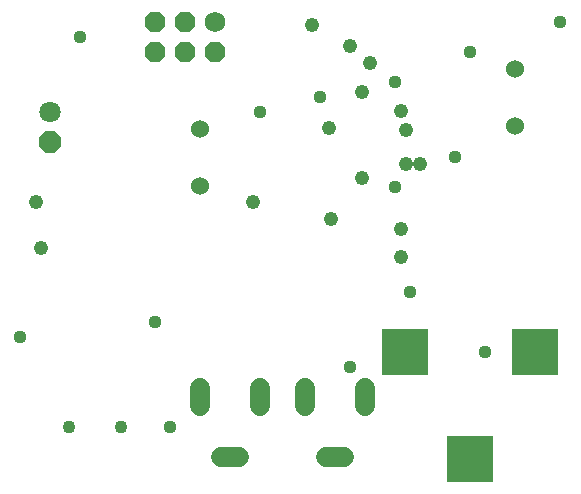
<source format=gbs>
G75*
G70*
%OFA0B0*%
%FSLAX24Y24*%
%IPPOS*%
%LPD*%
%AMOC8*
5,1,8,0,0,1.08239X$1,22.5*
%
%ADD10C,0.0600*%
%ADD11C,0.0680*%
%ADD12OC8,0.0680*%
%ADD13OC8,0.0710*%
%ADD14C,0.0710*%
%ADD15C,0.0434*%
%ADD16C,0.0680*%
%ADD17R,0.1580X0.1580*%
%ADD18C,0.0440*%
%ADD19C,0.0480*%
D10*
X007181Y012636D03*
X007181Y014536D03*
X017681Y014636D03*
X017681Y016536D03*
D11*
X007681Y018086D03*
D12*
X006681Y018086D03*
X005681Y018086D03*
X005681Y017086D03*
X006681Y017086D03*
X007681Y017086D03*
D13*
X002181Y014086D03*
D14*
X002181Y015086D03*
D15*
X002815Y004586D03*
X004548Y004586D03*
D16*
X007181Y005286D02*
X007181Y005886D01*
X009181Y005886D02*
X009181Y005286D01*
X010681Y005286D02*
X010681Y005886D01*
X012681Y005886D02*
X012681Y005286D01*
X011981Y003586D02*
X011381Y003586D01*
X008481Y003586D02*
X007881Y003586D01*
D17*
X014016Y007086D03*
X016181Y003543D03*
X018347Y007086D03*
D18*
X016681Y007086D03*
X014181Y009086D03*
X012181Y006586D03*
X006181Y004586D03*
X005681Y008086D03*
X001181Y007586D03*
X009181Y015086D03*
X011181Y015586D03*
X013681Y016086D03*
X016181Y017086D03*
X019181Y018086D03*
X015681Y013586D03*
X013681Y012586D03*
X003181Y017586D03*
D19*
X001701Y012086D03*
X001861Y010566D03*
X008921Y012106D03*
X011541Y011526D03*
X012581Y012886D03*
X014021Y013366D03*
X014501Y013366D03*
X014021Y014486D03*
X013861Y015126D03*
X012581Y015766D03*
X012821Y016726D03*
X012181Y017286D03*
X010901Y018006D03*
X011461Y014566D03*
X013861Y011206D03*
X013861Y010246D03*
M02*

</source>
